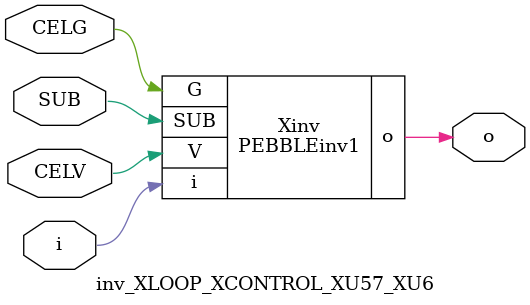
<source format=v>



module PEBBLEinv1 ( o, G, SUB, V, i );

  input V;
  input i;
  input G;
  output o;
  input SUB;
endmodule

//Celera Confidential Do Not Copy inv_XLOOP_XCONTROL_XU57_XU6
//Celera Confidential Symbol Generator
//5V Inverter
module inv_XLOOP_XCONTROL_XU57_XU6 (CELV,CELG,i,o,SUB);
input CELV;
input CELG;
input i;
input SUB;
output o;

//Celera Confidential Do Not Copy inv
PEBBLEinv1 Xinv(
.V (CELV),
.i (i),
.o (o),
.SUB (SUB),
.G (CELG)
);
//,diesize,PEBBLEinv1

//Celera Confidential Do Not Copy Module End
//Celera Schematic Generator
endmodule

</source>
